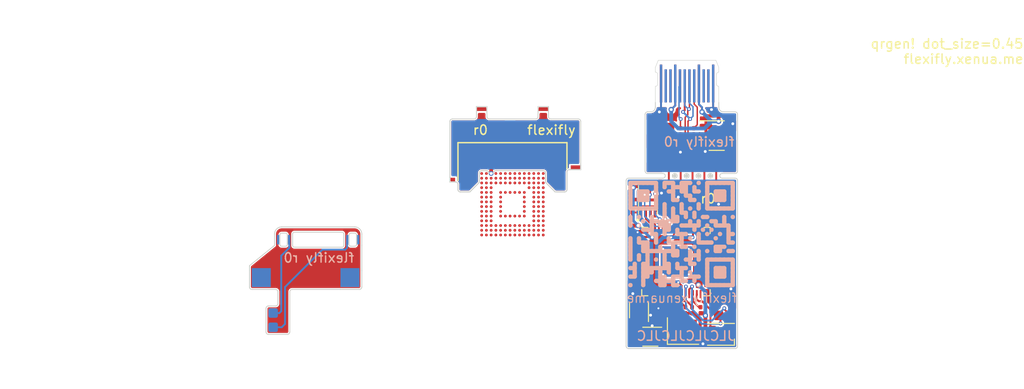
<source format=kicad_pcb>
(kicad_pcb (version 20221018) (generator pcbnew)

  (general
    (thickness 0.115)
  )

  (paper "A4")
  (layers
    (0 "F.Cu" signal)
    (31 "B.Cu" signal)
    (32 "B.Adhes" user "B.Adhesive")
    (33 "F.Adhes" user "F.Adhesive")
    (34 "B.Paste" user)
    (35 "F.Paste" user)
    (36 "B.SilkS" user "B.Silkscreen")
    (37 "F.SilkS" user "F.Silkscreen")
    (38 "B.Mask" user)
    (39 "F.Mask" user)
    (40 "Dwgs.User" user "User.Drawings")
    (41 "Cmts.User" user "User.Comments")
    (42 "Eco1.User" user "User.Eco1")
    (43 "Eco2.User" user "User.Eco2")
    (44 "Edge.Cuts" user)
    (45 "Margin" user)
    (46 "B.CrtYd" user "B.Courtyard")
    (47 "F.CrtYd" user "F.Courtyard")
    (48 "B.Fab" user)
    (49 "F.Fab" user)
    (50 "User.1" user)
    (51 "User.2" user)
    (52 "User.3" user)
    (53 "User.4" user)
    (54 "User.5" user)
    (55 "User.6" user)
    (56 "User.7" user)
    (57 "User.8" user)
    (58 "User.9" user)
  )

  (setup
    (stackup
      (layer "F.SilkS" (type "Top Silk Screen"))
      (layer "F.Paste" (type "Top Solder Paste"))
      (layer "F.Mask" (type "Top Solder Mask") (thickness 0.01))
      (layer "F.Cu" (type "copper") (thickness 0.035))
      (layer "dielectric 1" (type "core") (color "Polyimide") (thickness 0.025) (material "Polyimide") (epsilon_r 3.2) (loss_tangent 0.004))
      (layer "B.Cu" (type "copper") (thickness 0.035))
      (layer "B.Mask" (type "Bottom Solder Mask") (thickness 0.01))
      (layer "B.Paste" (type "Bottom Solder Paste"))
      (layer "B.SilkS" (type "Bottom Silk Screen"))
      (copper_finish "None")
      (dielectric_constraints no)
    )
    (pad_to_mask_clearance 0)
    (pcbplotparams
      (layerselection 0x00010fc_ffffffff)
      (plot_on_all_layers_selection 0x0000000_00000000)
      (disableapertmacros false)
      (usegerberextensions false)
      (usegerberattributes true)
      (usegerberadvancedattributes true)
      (creategerberjobfile true)
      (dashed_line_dash_ratio 12.000000)
      (dashed_line_gap_ratio 3.000000)
      (svgprecision 4)
      (plotframeref false)
      (viasonmask false)
      (mode 1)
      (useauxorigin false)
      (hpglpennumber 1)
      (hpglpenspeed 20)
      (hpglpendiameter 15.000000)
      (dxfpolygonmode true)
      (dxfimperialunits true)
      (dxfusepcbnewfont true)
      (psnegative false)
      (psa4output false)
      (plotreference true)
      (plotvalue true)
      (plotinvisibletext false)
      (sketchpadsonfab false)
      (subtractmaskfromsilk false)
      (outputformat 1)
      (mirror false)
      (drillshape 1)
      (scaleselection 1)
      (outputdirectory "")
    )
  )

  (net 0 "")
  (net 1 "+3V3")
  (net 2 "GND")
  (net 3 "/XIN")
  (net 4 "Net-(C3-Pad2)")
  (net 5 "+1V1")
  (net 6 "Net-(J1-CC1)")
  (net 7 "/STATUS_LED")
  (net 8 "unconnected-(H5-Pad1)")
  (net 9 "/QSPI_~{CS}")
  (net 10 "/~{USB_BOOT}")
  (net 11 "/XOUT")
  (net 12 "/USB_DP")
  (net 13 "/DP")
  (net 14 "/NX_CLK")
  (net 15 "Net-(U1-GPIO27_ADC1)")
  (net 16 "/NX_CMD")
  (net 17 "Net-(U1-GPIO28_ADC2)")
  (net 18 "/NX_D0")
  (net 19 "Net-(U1-GPIO29_ADC3)")
  (net 20 "unconnected-(J1-SBU1-PadA8)")
  (net 21 "/TRAINING_RESET_A")
  (net 22 "/TRAINING_RESET_B")
  (net 23 "unconnected-(U1-GPIO2-Pad4)")
  (net 24 "unconnected-(U1-GPIO3-Pad5)")
  (net 25 "unconnected-(U1-GPIO4-Pad6)")
  (net 26 "unconnected-(U1-GPIO5-Pad7)")
  (net 27 "unconnected-(U1-GPIO6-Pad8)")
  (net 28 "unconnected-(U1-GPIO7-Pad9)")
  (net 29 "unconnected-(U1-GPIO8-Pad11)")
  (net 30 "unconnected-(U1-GPIO9-Pad12)")
  (net 31 "unconnected-(U1-GPIO10-Pad13)")
  (net 32 "unconnected-(U1-GPIO11-Pad14)")
  (net 33 "unconnected-(U1-GPIO12-Pad15)")
  (net 34 "unconnected-(U1-GPIO13-Pad16)")
  (net 35 "unconnected-(U1-GPIO14-Pad17)")
  (net 36 "/NX_CPU")
  (net 37 "/SWCLK")
  (net 38 "/SWD")
  (net 39 "/RUN")
  (net 40 "unconnected-(U1-GPIO17-Pad28)")
  (net 41 "unconnected-(U1-GPIO18-Pad29)")
  (net 42 "unconnected-(U1-GPIO19-Pad30)")
  (net 43 "unconnected-(U1-GPIO20-Pad31)")
  (net 44 "unconnected-(U1-GPIO21-Pad32)")
  (net 45 "unconnected-(U1-GPIO22-Pad34)")
  (net 46 "unconnected-(U1-GPIO23-Pad35)")
  (net 47 "unconnected-(U1-GPIO24-Pad36)")
  (net 48 "unconnected-(U1-GPIO25-Pad37)")
  (net 49 "/NX_RST")
  (net 50 "/QSPI_SD3")
  (net 51 "/QSPI_CLK")
  (net 52 "/QSPI_SD0")
  (net 53 "/QSPI_SD2")
  (net 54 "/QSPI_SD1")
  (net 55 "Net-(J1-CC2)")
  (net 56 "unconnected-(J1-SBU2-PadB8)")
  (net 57 "Net-(C16-Pad1)")
  (net 58 "Net-(C15-Pad1)")
  (net 59 "/DAT0")
  (net 60 "VBUS")
  (net 61 "/USB_DN")
  (net 62 "/DN")
  (net 63 "unconnected-(C15-Pad2)")
  (net 64 "unconnected-(C16-Pad2)")
  (net 65 "unconnected-(D1-DOUT-Pad1)")
  (net 66 "Net-(Q1-Pad1)")
  (net 67 "Net-(Q2-Pad1)")
  (net 68 "unconnected-(H6-Pad1)")

  (footprint "Capacitor_SMD:C_0201_0603Metric" (layer "F.Cu") (at 155.9 70.7 -90))

  (footprint "flexifly:TP_pad_1mm_dense" (layer "F.Cu") (at 161.5 64.75))

  (footprint "Resistor_SMD:R_0201_0603Metric" (layer "F.Cu") (at 155.2 70.7 90))

  (footprint "flexifly:SW_SPST_LS38G2-T" (layer "F.Cu") (at 154.225 52.85 90))

  (footprint "flexifly:TP_pad_1mm_dense" (layer "F.Cu") (at 161.5 71.25))

  (footprint "Capacitor_SMD:C_0201_0603Metric" (layer "F.Cu") (at 151.15 62.85 -90))

  (footprint "Resistor_SMD:R_0201_0603Metric" (layer "F.Cu") (at 151.15 60.05 -90))

  (footprint "flexifly:TP_pad_1mm_dense" (layer "F.Cu") (at 161.5 63.5))

  (footprint "Resistor_SMD:R_0201_0603Metric" (layer "F.Cu") (at 160.3 63.6 90))

  (footprint "flexifly:TP_pad_1mm_dense" (layer "F.Cu") (at 138.25 51.5))

  (footprint "Capacitor_SMD:C_0201_0603Metric" (layer "F.Cu") (at 160.3 60.8 -90))

  (footprint "Resistor_SMD:R_0201_0603Metric" (layer "F.Cu") (at 160.3 62.2 -90))

  (footprint "flexifly:MicroFET_2x2" (layer "F.Cu") (at 151.85 70.9))

  (footprint "Resistor_SMD:R_0201_0603Metric" (layer "F.Cu") (at 157.625 51.8 90))

  (footprint "Capacitor_SMD:C_0201_0603Metric" (layer "F.Cu") (at 159.4 60.5 -90))

  (footprint "Resistor_SMD:R_0201_0603Metric" (layer "F.Cu") (at 160.3 65 90))

  (footprint "flexifly:FBGA_153_P0.50mm" (layer "F.Cu") (at 138.5 59.505))

  (footprint "Capacitor_SMD:C_0201_0603Metric" (layer "F.Cu") (at 154.3 70.7 -90))

  (footprint "flexifly:TP_pad_1mm_dense" (layer "F.Cu") (at 156.25 55.5 90))

  (footprint "Capacitor_SMD:C_0201_0603Metric" (layer "F.Cu") (at 158.7 60.5 90))

  (footprint "flexifly:TP_pad_1mm_dense" (layer "F.Cu") (at 160.25 71.25))

  (footprint "flexifly:TP_pad_1mm_dense" (layer "F.Cu") (at 151.25 74 90))

  (footprint "xenua:USB_C_PCB" (layer "F.Cu") (at 156.925 44.3))

  (footprint "Capacitor_SMD:C_0201_0603Metric" (layer "F.Cu") (at 158 60.5 -90))

  (footprint "Capacitor_SMD:C_0201_0603Metric" (layer "F.Cu") (at 151.275 66.9 90))

  (footprint "flexifly:TP_pad_1mm_dense" (layer "F.Cu") (at 161.5 66))

  (footprint "Package_TO_SOT_SMD:SOT-23-3" (layer "F.Cu") (at 160.05 52.25))

  (footprint "Resistor_SMD:R_0201_0603Metric" (layer "F.Cu") (at 157.3 60.5 90))

  (footprint "flexifly:SolderJumper-2_Dense" (layer "F.Cu") (at 151.1 64.65 90))

  (footprint "flexifly:Conn_BGA_shim_dat0" (layer "F.Cu") (at 138.5 55.95))

  (footprint "flexifly:TP_pad_1mm_dense" (layer "F.Cu") (at 157.5 55.5 90))

  (footprint "flexifly:TP_pad_1mm_dense" (layer "F.Cu") (at 161.5 67.25))

  (footprint "flexifly:TP_pad_1mm_dense" (layer "F.Cu") (at 161.5 61))

  (footprint "Capacitor_SMD:C_0201_0603Metric" (layer "F.Cu") (at 157.45 70.7 90))

  (footprint "Package_DFN_QFN:QFN-56-1EP_7x7mm_P0.4mm_EP3.2x3.2mm_ThermalVias" (layer "F.Cu") (at 155.75 65.5625))

  (footprint "Resistor_SMD:R_0201_0603Metric" (layer "F.Cu") (at 158.35 70.7 90))

  (footprint "Capacitor_SMD:C_0201_0603Metric" (layer "F.Cu") (at 160.3 66.9 90))

  (footprint "Capacitor_SMD:C_0201_0603Metric" (layer "F.Cu") (at 155.9 60 -90))

  (footprint "flexifly:TP_pad_1mm_dense" (layer "F.Cu") (at 160 55.5 90))

  (footprint "Capacitor_SMD:C_0201_0603Metric" (layer "F.Cu") (at 155.2 60 -90))

  (footprint "Capacitor_SMD:C_0201_0603Metric" (layer "F.Cu") (at 160.55 54.4))

  (footprint "Resistor_SMD:R_0201_0603Metric" (layer "F.Cu") (at 151.15 61.45 90))

  (footprint "Capacitor_SMD:C_0201_0603Metric" (layer "F.Cu") (at 161.35 50.15 180))

  (footprint "LED_SMD:LED_WS2812B-2020_PLCC4_2.0x2.0mm" (layer "F.Cu") (at 160.5 73.25 180))

  (footprint "Crystal:Crystal_SMD_2520-4Pin_2.5x2.0mm" (layer "F.Cu") (at 156.5 72.9))

  (footprint "flexifly:TP_pad_1mm_dense" (layer "F.Cu") (at 151.25 72.75 90))

  (footprint "Capacitor_SMD:C_0201_0603Metric" (layer "F.Cu") (at 154.5 60 -90))

  (footprint "flexifly:TP_pad_1mm_dense" (layer "F.Cu") (at 161.5 62.25))

  (footprint "flexifly:W25QxxxxUXxx" (layer "F.Cu") (at 152.8 59.05 -90))

  (footprint "flexifly:TP_pad_1mm_dense" (layer "F.Cu") (at 158.75 57.5 90))

  (footprint "flexifly:TP_pad_1mm_dense" (layer "F.Cu") (at 155 55.5 90))

  (footprint "Capacitor_SMD:C_0201_0603Metric" (layer "F.Cu") (at 156.75 70.7 90))

  (footprint "flexifly:TP_pad_1mm_dense" (layer "F.Cu") (at 156.25 57.5 90))

  (footprint "Resistor_SMD:R_0201_0603Metric" (layer "F.Cu") (at 156.6 60.5 -90))

  (footprint "flexifly:TP_pad_1mm_dense" (layer "F.Cu") (at 157.5 57.5 90))

  (footprint "Resistor_SMD:R_0201_0603Metric" (layer "F.Cu") (at 156.225 51.8 -90))

  (footprint "Capacitor_SMD:C_0201_0603Metric" (layer "F.Cu") (at 151.15 58.65 -90))

  (footprint "Capacitor_SMD:C_0201_0603Metric" (layer "F.Cu")
    (tstamp e47b04e1-7f0e-43ea-8a7f-5e773a9d0212)
    (at 159.925 50.15)
    (descr "Capacitor SMD 0201 (0603 Metric), square (rectangular) end terminal, IPC_7351 nominal, (Body size source: https://www.vishay.com/docs/20052/crcw0201e3.pdf), generated with kicad-footprint-generator")
    (tags "capacitor")
    (property "LCSC" "C14445")
    (property "Sheetfile" "flexifly.kicad_sch")
    (property "Sheetname" "")
    (property "ki_description" "Unpolarized
... [311111 chars truncated]
</source>
